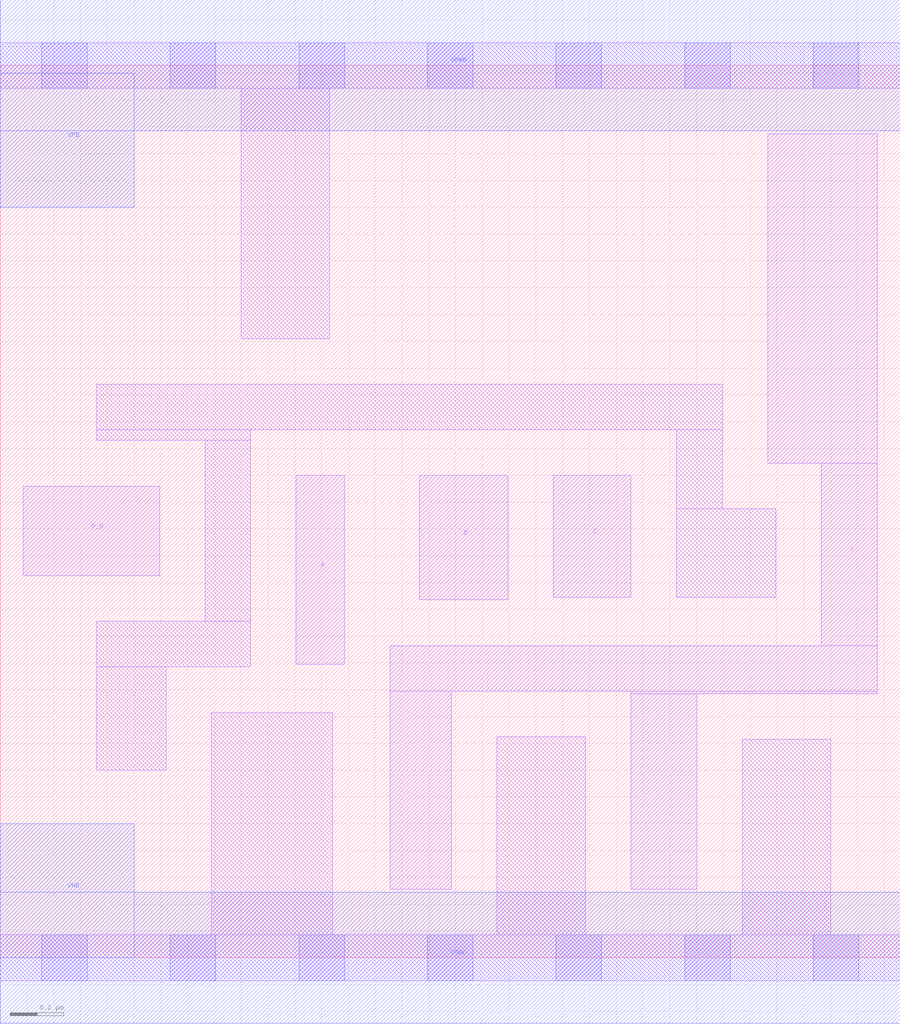
<source format=lef>
# Copyright 2020 The SkyWater PDK Authors
#
# Licensed under the Apache License, Version 2.0 (the "License");
# you may not use this file except in compliance with the License.
# You may obtain a copy of the License at
#
#     https://www.apache.org/licenses/LICENSE-2.0
#
# Unless required by applicable law or agreed to in writing, software
# distributed under the License is distributed on an "AS IS" BASIS,
# WITHOUT WARRANTIES OR CONDITIONS OF ANY KIND, either express or implied.
# See the License for the specific language governing permissions and
# limitations under the License.
#
# SPDX-License-Identifier: Apache-2.0

VERSION 5.5 ;
NAMESCASESENSITIVE ON ;
BUSBITCHARS "[]" ;
DIVIDERCHAR "/" ;
MACRO sky130_fd_sc_lp__nor4b_1
  CLASS CORE ;
  SOURCE USER ;
  ORIGIN  0.000000  0.000000 ;
  SIZE  3.360000 BY  3.330000 ;
  SYMMETRY X Y R90 ;
  SITE unit ;
  PIN A
    ANTENNAGATEAREA  0.315000 ;
    DIRECTION INPUT ;
    USE SIGNAL ;
    PORT
      LAYER li1 ;
        RECT 1.105000 1.095000 1.285000 1.800000 ;
    END
  END A
  PIN B
    ANTENNAGATEAREA  0.315000 ;
    DIRECTION INPUT ;
    USE SIGNAL ;
    PORT
      LAYER li1 ;
        RECT 1.565000 1.335000 1.895000 1.800000 ;
    END
  END B
  PIN C
    ANTENNAGATEAREA  0.315000 ;
    DIRECTION INPUT ;
    USE SIGNAL ;
    PORT
      LAYER li1 ;
        RECT 2.065000 1.345000 2.355000 1.800000 ;
    END
  END C
  PIN D_N
    ANTENNAGATEAREA  0.126000 ;
    DIRECTION INPUT ;
    USE SIGNAL ;
    PORT
      LAYER li1 ;
        RECT 0.085000 1.425000 0.595000 1.760000 ;
    END
  END D_N
  PIN Y
    ANTENNADIFFAREA  0.886200 ;
    DIRECTION OUTPUT ;
    USE SIGNAL ;
    PORT
      LAYER li1 ;
        RECT 1.455000 0.255000 1.685000 0.995000 ;
        RECT 1.455000 0.995000 3.275000 1.165000 ;
        RECT 2.355000 0.255000 2.600000 0.985000 ;
        RECT 2.355000 0.985000 3.275000 0.995000 ;
        RECT 2.865000 1.845000 3.275000 3.075000 ;
        RECT 3.065000 1.165000 3.275000 1.845000 ;
    END
  END Y
  PIN VGND
    DIRECTION INOUT ;
    USE GROUND ;
    PORT
      LAYER met1 ;
        RECT 0.000000 -0.245000 3.360000 0.245000 ;
    END
  END VGND
  PIN VNB
    DIRECTION INOUT ;
    USE GROUND ;
    PORT
      LAYER met1 ;
        RECT 0.000000 0.000000 0.500000 0.500000 ;
    END
  END VNB
  PIN VPB
    DIRECTION INOUT ;
    USE POWER ;
    PORT
      LAYER met1 ;
        RECT 0.000000 2.800000 0.500000 3.300000 ;
    END
  END VPB
  PIN VPWR
    DIRECTION INOUT ;
    USE POWER ;
    PORT
      LAYER met1 ;
        RECT 0.000000 3.085000 3.360000 3.575000 ;
    END
  END VPWR
  OBS
    LAYER li1 ;
      RECT 0.000000 -0.085000 3.360000 0.085000 ;
      RECT 0.000000  3.245000 3.360000 3.415000 ;
      RECT 0.360000  0.700000 0.620000 1.085000 ;
      RECT 0.360000  1.085000 0.935000 1.255000 ;
      RECT 0.360000  1.930000 0.935000 1.970000 ;
      RECT 0.360000  1.970000 2.695000 2.140000 ;
      RECT 0.765000  1.255000 0.935000 1.930000 ;
      RECT 0.790000  0.085000 1.240000 0.915000 ;
      RECT 0.900000  2.310000 1.230000 3.245000 ;
      RECT 1.855000  0.085000 2.185000 0.825000 ;
      RECT 2.525000  1.345000 2.895000 1.675000 ;
      RECT 2.525000  1.675000 2.695000 1.970000 ;
      RECT 2.770000  0.085000 3.100000 0.815000 ;
    LAYER mcon ;
      RECT 0.155000 -0.085000 0.325000 0.085000 ;
      RECT 0.155000  3.245000 0.325000 3.415000 ;
      RECT 0.635000 -0.085000 0.805000 0.085000 ;
      RECT 0.635000  3.245000 0.805000 3.415000 ;
      RECT 1.115000 -0.085000 1.285000 0.085000 ;
      RECT 1.115000  3.245000 1.285000 3.415000 ;
      RECT 1.595000 -0.085000 1.765000 0.085000 ;
      RECT 1.595000  3.245000 1.765000 3.415000 ;
      RECT 2.075000 -0.085000 2.245000 0.085000 ;
      RECT 2.075000  3.245000 2.245000 3.415000 ;
      RECT 2.555000 -0.085000 2.725000 0.085000 ;
      RECT 2.555000  3.245000 2.725000 3.415000 ;
      RECT 3.035000 -0.085000 3.205000 0.085000 ;
      RECT 3.035000  3.245000 3.205000 3.415000 ;
  END
END sky130_fd_sc_lp__nor4b_1
END LIBRARY

</source>
